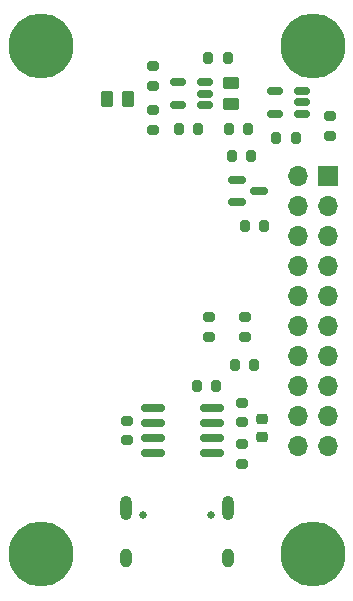
<source format=gbr>
%TF.GenerationSoftware,KiCad,Pcbnew,7.0.11-rc3*%
%TF.CreationDate,2025-03-16T23:25:47+08:00*%
%TF.ProjectId,cooling_DAQ,636f6f6c-696e-4675-9f44-41512e6b6963,rev?*%
%TF.SameCoordinates,Original*%
%TF.FileFunction,Soldermask,Bot*%
%TF.FilePolarity,Negative*%
%FSLAX46Y46*%
G04 Gerber Fmt 4.6, Leading zero omitted, Abs format (unit mm)*
G04 Created by KiCad (PCBNEW 7.0.11-rc3) date 2025-03-16 23:25:47*
%MOMM*%
%LPD*%
G01*
G04 APERTURE LIST*
G04 Aperture macros list*
%AMRoundRect*
0 Rectangle with rounded corners*
0 $1 Rounding radius*
0 $2 $3 $4 $5 $6 $7 $8 $9 X,Y pos of 4 corners*
0 Add a 4 corners polygon primitive as box body*
4,1,4,$2,$3,$4,$5,$6,$7,$8,$9,$2,$3,0*
0 Add four circle primitives for the rounded corners*
1,1,$1+$1,$2,$3*
1,1,$1+$1,$4,$5*
1,1,$1+$1,$6,$7*
1,1,$1+$1,$8,$9*
0 Add four rect primitives between the rounded corners*
20,1,$1+$1,$2,$3,$4,$5,0*
20,1,$1+$1,$4,$5,$6,$7,0*
20,1,$1+$1,$6,$7,$8,$9,0*
20,1,$1+$1,$8,$9,$2,$3,0*%
G04 Aperture macros list end*
%ADD10C,5.500000*%
%ADD11C,0.650000*%
%ADD12O,1.000000X2.100000*%
%ADD13O,1.000000X1.600000*%
%ADD14RoundRect,0.200000X-0.275000X0.200000X-0.275000X-0.200000X0.275000X-0.200000X0.275000X0.200000X0*%
%ADD15RoundRect,0.200000X0.200000X0.275000X-0.200000X0.275000X-0.200000X-0.275000X0.200000X-0.275000X0*%
%ADD16RoundRect,0.225000X0.250000X-0.225000X0.250000X0.225000X-0.250000X0.225000X-0.250000X-0.225000X0*%
%ADD17RoundRect,0.200000X-0.200000X-0.275000X0.200000X-0.275000X0.200000X0.275000X-0.200000X0.275000X0*%
%ADD18R,1.700000X1.700000*%
%ADD19O,1.700000X1.700000*%
%ADD20RoundRect,0.150000X0.512500X0.150000X-0.512500X0.150000X-0.512500X-0.150000X0.512500X-0.150000X0*%
%ADD21RoundRect,0.250000X0.262500X0.450000X-0.262500X0.450000X-0.262500X-0.450000X0.262500X-0.450000X0*%
%ADD22RoundRect,0.150000X-0.587500X-0.150000X0.587500X-0.150000X0.587500X0.150000X-0.587500X0.150000X0*%
%ADD23RoundRect,0.200000X0.275000X-0.200000X0.275000X0.200000X-0.275000X0.200000X-0.275000X-0.200000X0*%
%ADD24RoundRect,0.250000X-0.450000X0.262500X-0.450000X-0.262500X0.450000X-0.262500X0.450000X0.262500X0*%
%ADD25RoundRect,0.150000X-0.825000X-0.150000X0.825000X-0.150000X0.825000X0.150000X-0.825000X0.150000X0*%
G04 APERTURE END LIST*
D10*
%TO.C,H4*%
X158500000Y-140500000D03*
%TD*%
%TO.C,H3*%
X135500000Y-140500000D03*
%TD*%
%TO.C,H2*%
X135500000Y-97500000D03*
%TD*%
%TO.C,H1*%
X158500000Y-97500000D03*
%TD*%
D11*
%TO.C,J7*%
X144110000Y-137150000D03*
X149890000Y-137150000D03*
D12*
X142680000Y-136620000D03*
D13*
X142680000Y-140800000D03*
D12*
X151320000Y-136620000D03*
D13*
X151320000Y-140800000D03*
%TD*%
D14*
%TO.C,R9*%
X145000000Y-102925000D03*
X145000000Y-104575000D03*
%TD*%
D15*
%TO.C,R7*%
X148825000Y-104500000D03*
X147175000Y-104500000D03*
%TD*%
D16*
%TO.C,C15*%
X154200000Y-130575000D03*
X154200000Y-129025000D03*
%TD*%
D17*
%TO.C,R6*%
X151425000Y-104500000D03*
X153075000Y-104500000D03*
%TD*%
D18*
%TO.C,J1*%
X159790000Y-108510000D03*
D19*
X157250000Y-108510000D03*
X159790000Y-111050000D03*
X157250000Y-111050000D03*
X159790000Y-113590000D03*
X157250000Y-113590000D03*
X159790000Y-116130000D03*
X157250000Y-116130000D03*
X159790000Y-118670000D03*
X157250000Y-118670000D03*
X159790000Y-121210000D03*
X157250000Y-121210000D03*
X159790000Y-123750000D03*
X157250000Y-123750000D03*
X159790000Y-126290000D03*
X157250000Y-126290000D03*
X159790000Y-128830000D03*
X157250000Y-128830000D03*
X159790000Y-131370000D03*
X157250000Y-131370000D03*
%TD*%
D17*
%TO.C,R14*%
X152750000Y-112750000D03*
X154400000Y-112750000D03*
%TD*%
D20*
%TO.C,U2*%
X157637500Y-101300000D03*
X157637500Y-102250000D03*
X157637500Y-103200000D03*
X155362500Y-103200000D03*
X155362500Y-101300000D03*
%TD*%
D21*
%TO.C,C14*%
X142912500Y-102000000D03*
X141087500Y-102000000D03*
%TD*%
D17*
%TO.C,R4*%
X151925000Y-124500000D03*
X153575000Y-124500000D03*
%TD*%
%TO.C,C12*%
X149675000Y-98500000D03*
X151325000Y-98500000D03*
%TD*%
D15*
%TO.C,C17*%
X150325000Y-126250000D03*
X148675000Y-126250000D03*
%TD*%
D22*
%TO.C,Q2*%
X152062500Y-110700000D03*
X152062500Y-108800000D03*
X153937500Y-109750000D03*
%TD*%
D20*
%TO.C,U3*%
X149387500Y-100550000D03*
X149387500Y-101500000D03*
X149387500Y-102450000D03*
X147112500Y-102450000D03*
X147112500Y-100550000D03*
%TD*%
D23*
%TO.C,R2*%
X152750000Y-122075000D03*
X152750000Y-120425000D03*
%TD*%
D24*
%TO.C,C13*%
X151600000Y-100587500D03*
X151600000Y-102412500D03*
%TD*%
D15*
%TO.C,R1*%
X153325000Y-106750000D03*
X151675000Y-106750000D03*
%TD*%
D14*
%TO.C,C16*%
X142800000Y-129200000D03*
X142800000Y-130850000D03*
%TD*%
D25*
%TO.C,U4*%
X145025000Y-131905000D03*
X145025000Y-130635000D03*
X145025000Y-129365000D03*
X145025000Y-128095000D03*
X149975000Y-128095000D03*
X149975000Y-129365000D03*
X149975000Y-130635000D03*
X149975000Y-131905000D03*
%TD*%
D23*
%TO.C,R13*%
X152500000Y-129325000D03*
X152500000Y-127675000D03*
%TD*%
D15*
%TO.C,R8*%
X157075000Y-105250000D03*
X155425000Y-105250000D03*
%TD*%
D14*
%TO.C,R3*%
X149750000Y-120425000D03*
X149750000Y-122075000D03*
%TD*%
D23*
%TO.C,C11*%
X160000000Y-105075000D03*
X160000000Y-103425000D03*
%TD*%
%TO.C,R5*%
X145000000Y-100825000D03*
X145000000Y-99175000D03*
%TD*%
%TO.C,R12*%
X152500000Y-132825000D03*
X152500000Y-131175000D03*
%TD*%
M02*

</source>
